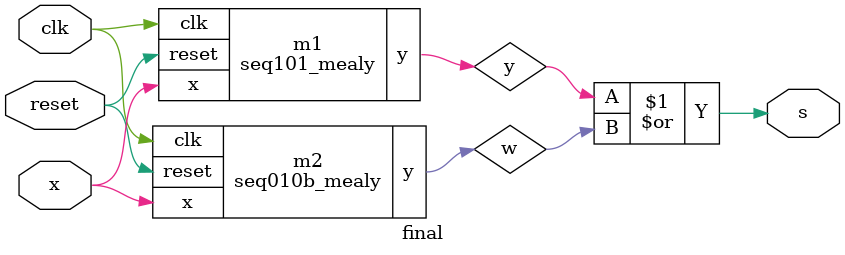
<source format=v>




// constant definition
`define found    1
`define notfound 0

// FSM by Moore
module  seq101_mealy ( y, x, clk, reset );
 output y;
 input  x;
 input  clk;
 input  reset;

 reg    y;

 parameter        // state identifiers
   start  = 3'b000,
   id1    = 3'b001,
   id11   = 3'b011,
   id110  = 3'b010;

   reg [2:0] E1;	// current state variables
   reg [2:0] E2;	// next state logic output

// next state logic
   always @( x or E1 )
    begin
     y = `notfound;
     case ( E1 )
      start:
        if ( x )
  		  E2 =  start;		
        else
        E2 = id1; 
      id1:
        if ( x )
         E2 = id11;
        else
         E2 = id1;
      id11:
        if ( x )
		  begin
        E2 =  start;
		   y  = `notfound;
			end	  	 	 
	  else
	 begin
	   E2 =  id110;
	   y  = `found;
	 end
	 
	  id110:
        if ( x )
        E2 = id11;
        else
         E2 = id1;
	 
	

      default:   // undefined state
           E2 =  2'bxx;
     endcase
    end // always at signal or state changing

// state variables
   always @( posedge clk or negedge reset )
    begin
     if ( reset )
      E1 = E2;    // updates current state
     else
      E1 = 0;     // reset
    end // always at signal changing

endmodule //

module  seq010b_mealy ( y, x, clk, reset );
 output y;
 input  x;
 input  clk;
 input  reset;

 reg    y;

 parameter        // state identifiers
   start  = 3'b000,
   id1    = 3'b001,
   id11   = 3'b011,
   id110  = 3'b010;

   reg [2:0] E1;	// current state variables
   reg [2:0] E2;	// next state logic output

// next state logic
   always @( x or E1 )
    begin
     y = `notfound;
     case ( E1 )
      start:
        if ( x )
  		  E2 =  id1;		
        else
        E2 = start; 
      id1:
        if ( x )
         E2 = id1;
        else
         E2 = id11;
      id11:
        if ( x )
		  begin
        E2 =  id110;
	     y  = `found;
			end	  	 	 
	  else
	 begin
	   E2 =  start;
	   y  = `notfound;
	 end
	 
	  id110:
        if ( x )
        E2 = id1;
        else
         E2 = start;
	 
	

      default:   // undefined state
           E2 =  2'bxx;
     endcase
    end // always at signal or state changing

// state variables
   always @( posedge clk or negedge reset )
    begin
     if ( reset )
      E1 = E2;    // updates current state
     else
      E1 = 0;     // reset
    end // always at signal changing


endmodule // seq1101_moore

module final (s, x, clk, reset );

output s;
 input  x;
 input  clk;
 input  reset;
 wire y, w;

seq101_mealy m1 ( y, x, clk, reset );
seq010b_mealy m2 ( w, x, clk, reset );

or OR1 (s, y, w);
 
endmodule


</source>
